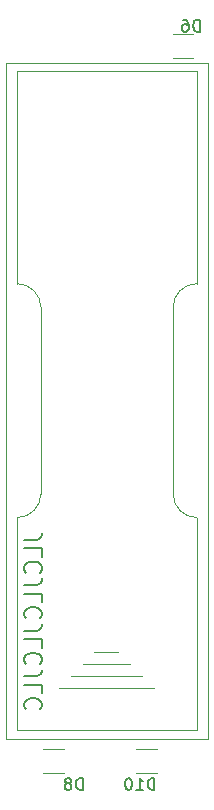
<source format=gbo>
%TF.GenerationSoftware,KiCad,Pcbnew,(6.0.1)*%
%TF.CreationDate,2022-06-17T15:58:33+01:00*%
%TF.ProjectId,luminaire,6c756d69-6e61-4697-9265-2e6b69636164,rev?*%
%TF.SameCoordinates,Original*%
%TF.FileFunction,Legend,Bot*%
%TF.FilePolarity,Positive*%
%FSLAX46Y46*%
G04 Gerber Fmt 4.6, Leading zero omitted, Abs format (unit mm)*
G04 Created by KiCad (PCBNEW (6.0.1)) date 2022-06-17 15:58:33*
%MOMM*%
%LPD*%
G01*
G04 APERTURE LIST*
%ADD10C,0.200000*%
%ADD11C,0.150000*%
%ADD12C,0.120000*%
G04 APERTURE END LIST*
D10*
X142978571Y-92271428D02*
X144050000Y-92271428D01*
X144264285Y-92200000D01*
X144407142Y-92057142D01*
X144478571Y-91842857D01*
X144478571Y-91700000D01*
X144478571Y-93700000D02*
X144478571Y-92985714D01*
X142978571Y-92985714D01*
X144335714Y-95057142D02*
X144407142Y-94985714D01*
X144478571Y-94771428D01*
X144478571Y-94628571D01*
X144407142Y-94414285D01*
X144264285Y-94271428D01*
X144121428Y-94200000D01*
X143835714Y-94128571D01*
X143621428Y-94128571D01*
X143335714Y-94200000D01*
X143192857Y-94271428D01*
X143050000Y-94414285D01*
X142978571Y-94628571D01*
X142978571Y-94771428D01*
X143050000Y-94985714D01*
X143121428Y-95057142D01*
X142978571Y-96128571D02*
X144050000Y-96128571D01*
X144264285Y-96057142D01*
X144407142Y-95914285D01*
X144478571Y-95700000D01*
X144478571Y-95557142D01*
X144478571Y-97557142D02*
X144478571Y-96842857D01*
X142978571Y-96842857D01*
X144335714Y-98914285D02*
X144407142Y-98842857D01*
X144478571Y-98628571D01*
X144478571Y-98485714D01*
X144407142Y-98271428D01*
X144264285Y-98128571D01*
X144121428Y-98057142D01*
X143835714Y-97985714D01*
X143621428Y-97985714D01*
X143335714Y-98057142D01*
X143192857Y-98128571D01*
X143050000Y-98271428D01*
X142978571Y-98485714D01*
X142978571Y-98628571D01*
X143050000Y-98842857D01*
X143121428Y-98914285D01*
X142978571Y-99985714D02*
X144050000Y-99985714D01*
X144264285Y-99914285D01*
X144407142Y-99771428D01*
X144478571Y-99557142D01*
X144478571Y-99414285D01*
X144478571Y-101414285D02*
X144478571Y-100700000D01*
X142978571Y-100700000D01*
X144335714Y-102771428D02*
X144407142Y-102700000D01*
X144478571Y-102485714D01*
X144478571Y-102342857D01*
X144407142Y-102128571D01*
X144264285Y-101985714D01*
X144121428Y-101914285D01*
X143835714Y-101842857D01*
X143621428Y-101842857D01*
X143335714Y-101914285D01*
X143192857Y-101985714D01*
X143050000Y-102128571D01*
X142978571Y-102342857D01*
X142978571Y-102485714D01*
X143050000Y-102700000D01*
X143121428Y-102771428D01*
X142978571Y-103842857D02*
X144050000Y-103842857D01*
X144264285Y-103771428D01*
X144407142Y-103628571D01*
X144478571Y-103414285D01*
X144478571Y-103271428D01*
X144478571Y-105271428D02*
X144478571Y-104557142D01*
X142978571Y-104557142D01*
X144335714Y-106628571D02*
X144407142Y-106557142D01*
X144478571Y-106342857D01*
X144478571Y-106200000D01*
X144407142Y-105985714D01*
X144264285Y-105842857D01*
X144121428Y-105771428D01*
X143835714Y-105700000D01*
X143621428Y-105700000D01*
X143335714Y-105771428D01*
X143192857Y-105842857D01*
X143050000Y-105985714D01*
X142978571Y-106200000D01*
X142978571Y-106342857D01*
X143050000Y-106557142D01*
X143121428Y-106628571D01*
D11*
%TO.C,D6*%
X157858095Y-49252380D02*
X157858095Y-48252380D01*
X157620000Y-48252380D01*
X157477142Y-48300000D01*
X157381904Y-48395238D01*
X157334285Y-48490476D01*
X157286666Y-48680952D01*
X157286666Y-48823809D01*
X157334285Y-49014285D01*
X157381904Y-49109523D01*
X157477142Y-49204761D01*
X157620000Y-49252380D01*
X157858095Y-49252380D01*
X156429523Y-48252380D02*
X156620000Y-48252380D01*
X156715238Y-48300000D01*
X156762857Y-48347619D01*
X156858095Y-48490476D01*
X156905714Y-48680952D01*
X156905714Y-49061904D01*
X156858095Y-49157142D01*
X156810476Y-49204761D01*
X156715238Y-49252380D01*
X156524761Y-49252380D01*
X156429523Y-49204761D01*
X156381904Y-49157142D01*
X156334285Y-49061904D01*
X156334285Y-48823809D01*
X156381904Y-48728571D01*
X156429523Y-48680952D01*
X156524761Y-48633333D01*
X156715238Y-48633333D01*
X156810476Y-48680952D01*
X156858095Y-48728571D01*
X156905714Y-48823809D01*
%TO.C,D10*%
X154014285Y-113452380D02*
X154014285Y-112452380D01*
X153776190Y-112452380D01*
X153633333Y-112500000D01*
X153538095Y-112595238D01*
X153490476Y-112690476D01*
X153442857Y-112880952D01*
X153442857Y-113023809D01*
X153490476Y-113214285D01*
X153538095Y-113309523D01*
X153633333Y-113404761D01*
X153776190Y-113452380D01*
X154014285Y-113452380D01*
X152490476Y-113452380D02*
X153061904Y-113452380D01*
X152776190Y-113452380D02*
X152776190Y-112452380D01*
X152871428Y-112595238D01*
X152966666Y-112690476D01*
X153061904Y-112738095D01*
X151871428Y-112452380D02*
X151776190Y-112452380D01*
X151680952Y-112500000D01*
X151633333Y-112547619D01*
X151585714Y-112642857D01*
X151538095Y-112833333D01*
X151538095Y-113071428D01*
X151585714Y-113261904D01*
X151633333Y-113357142D01*
X151680952Y-113404761D01*
X151776190Y-113452380D01*
X151871428Y-113452380D01*
X151966666Y-113404761D01*
X152014285Y-113357142D01*
X152061904Y-113261904D01*
X152109523Y-113071428D01*
X152109523Y-112833333D01*
X152061904Y-112642857D01*
X152014285Y-112547619D01*
X151966666Y-112500000D01*
X151871428Y-112452380D01*
%TO.C,D8*%
X147938095Y-113452380D02*
X147938095Y-112452380D01*
X147700000Y-112452380D01*
X147557142Y-112500000D01*
X147461904Y-112595238D01*
X147414285Y-112690476D01*
X147366666Y-112880952D01*
X147366666Y-113023809D01*
X147414285Y-113214285D01*
X147461904Y-113309523D01*
X147557142Y-113404761D01*
X147700000Y-113452380D01*
X147938095Y-113452380D01*
X146795238Y-112880952D02*
X146890476Y-112833333D01*
X146938095Y-112785714D01*
X146985714Y-112690476D01*
X146985714Y-112642857D01*
X146938095Y-112547619D01*
X146890476Y-112500000D01*
X146795238Y-112452380D01*
X146604761Y-112452380D01*
X146509523Y-112500000D01*
X146461904Y-112547619D01*
X146414285Y-112642857D01*
X146414285Y-112690476D01*
X146461904Y-112785714D01*
X146509523Y-112833333D01*
X146604761Y-112880952D01*
X146795238Y-112880952D01*
X146890476Y-112928571D01*
X146938095Y-112976190D01*
X146985714Y-113071428D01*
X146985714Y-113261904D01*
X146938095Y-113357142D01*
X146890476Y-113404761D01*
X146795238Y-113452380D01*
X146604761Y-113452380D01*
X146509523Y-113404761D01*
X146461904Y-113357142D01*
X146414285Y-113261904D01*
X146414285Y-113071428D01*
X146461904Y-112976190D01*
X146509523Y-112928571D01*
X146604761Y-112880952D01*
D12*
%TO.C,D6*%
X157320000Y-51500000D02*
X155620000Y-51500000D01*
X157320000Y-49500000D02*
X155620000Y-49500000D01*
%TO.C,D10*%
X154200000Y-112000000D02*
X152500000Y-112000000D01*
X154200000Y-110000000D02*
X152500000Y-110000000D01*
%TO.C,D8*%
X146320000Y-110000000D02*
X144620000Y-110000000D01*
X146320000Y-112000000D02*
X144620000Y-112000000D01*
%TO.C,BT1*%
X141435000Y-51880000D02*
X141435000Y-109120000D01*
X152940000Y-103810000D02*
X146940000Y-103810000D01*
X155600000Y-88400000D02*
X155600000Y-72600000D01*
X142400000Y-90400000D02*
X142400000Y-108400000D01*
X145940000Y-104810000D02*
X153940000Y-104810000D01*
X157600000Y-52600000D02*
X157600000Y-70600000D01*
X144400000Y-72600000D02*
X144400000Y-88400000D01*
X148940000Y-101810000D02*
X150940000Y-101810000D01*
X158565000Y-109120000D02*
X158565000Y-51880000D01*
X158565000Y-51880000D02*
X141435000Y-51880000D01*
X141435000Y-109120000D02*
X158565000Y-109120000D01*
X147940000Y-102810000D02*
X151940000Y-102810000D01*
X142400000Y-108400000D02*
X157600000Y-108400000D01*
X157600000Y-90400000D02*
X157600000Y-108400000D01*
X142400000Y-52600000D02*
X157600000Y-52600000D01*
X142400000Y-52600000D02*
X142400000Y-70600000D01*
X155600000Y-88400000D02*
G75*
G03*
X157600000Y-90400000I1999999J-1D01*
G01*
X157600000Y-70600000D02*
G75*
G03*
X155600000Y-72600000I-1J-1999999D01*
G01*
X142400000Y-90400000D02*
G75*
G03*
X144400000Y-88400000I1J1999999D01*
G01*
X144400000Y-72600000D02*
G75*
G03*
X142400000Y-70600000I-1999999J1D01*
G01*
%TD*%
M02*

</source>
